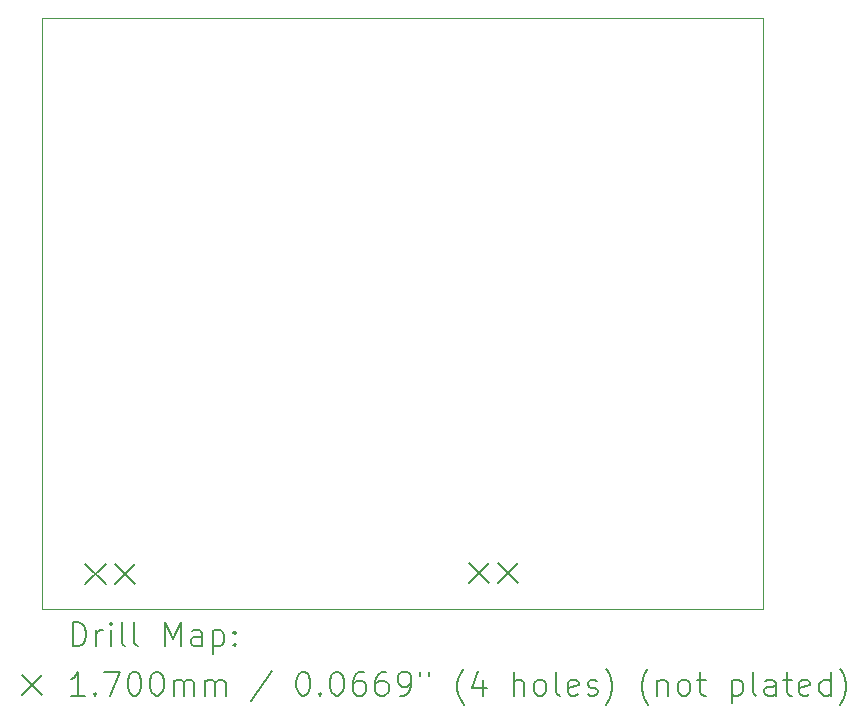
<source format=gbr>
%TF.GenerationSoftware,KiCad,Pcbnew,8.0.1*%
%TF.CreationDate,2024-03-26T18:20:10+01:00*%
%TF.ProjectId,TDA7294V,54444137-3239-4345-962e-6b696361645f,rev?*%
%TF.SameCoordinates,Original*%
%TF.FileFunction,Drillmap*%
%TF.FilePolarity,Positive*%
%FSLAX45Y45*%
G04 Gerber Fmt 4.5, Leading zero omitted, Abs format (unit mm)*
G04 Created by KiCad (PCBNEW 8.0.1) date 2024-03-26 18:20:10*
%MOMM*%
%LPD*%
G01*
G04 APERTURE LIST*
%ADD10C,0.100000*%
%ADD11C,0.200000*%
%ADD12C,0.170000*%
G04 APERTURE END LIST*
D10*
X17900000Y-8800000D02*
X17900000Y-3800000D01*
X11800000Y-3800000D02*
X11800000Y-8800000D01*
X17900000Y-3800000D02*
X11800000Y-3800000D01*
X11800000Y-8800000D02*
X17900000Y-8800000D01*
D11*
D12*
X12165000Y-8419000D02*
X12335000Y-8589000D01*
X12335000Y-8419000D02*
X12165000Y-8589000D01*
X12415000Y-8419000D02*
X12585000Y-8589000D01*
X12585000Y-8419000D02*
X12415000Y-8589000D01*
X15411000Y-8415000D02*
X15581000Y-8585000D01*
X15581000Y-8415000D02*
X15411000Y-8585000D01*
X15661000Y-8415000D02*
X15831000Y-8585000D01*
X15831000Y-8415000D02*
X15661000Y-8585000D01*
D11*
X12055777Y-9116484D02*
X12055777Y-8916484D01*
X12055777Y-8916484D02*
X12103396Y-8916484D01*
X12103396Y-8916484D02*
X12131967Y-8926008D01*
X12131967Y-8926008D02*
X12151015Y-8945055D01*
X12151015Y-8945055D02*
X12160539Y-8964103D01*
X12160539Y-8964103D02*
X12170062Y-9002198D01*
X12170062Y-9002198D02*
X12170062Y-9030770D01*
X12170062Y-9030770D02*
X12160539Y-9068865D01*
X12160539Y-9068865D02*
X12151015Y-9087912D01*
X12151015Y-9087912D02*
X12131967Y-9106960D01*
X12131967Y-9106960D02*
X12103396Y-9116484D01*
X12103396Y-9116484D02*
X12055777Y-9116484D01*
X12255777Y-9116484D02*
X12255777Y-8983150D01*
X12255777Y-9021246D02*
X12265301Y-9002198D01*
X12265301Y-9002198D02*
X12274824Y-8992674D01*
X12274824Y-8992674D02*
X12293872Y-8983150D01*
X12293872Y-8983150D02*
X12312920Y-8983150D01*
X12379586Y-9116484D02*
X12379586Y-8983150D01*
X12379586Y-8916484D02*
X12370062Y-8926008D01*
X12370062Y-8926008D02*
X12379586Y-8935531D01*
X12379586Y-8935531D02*
X12389110Y-8926008D01*
X12389110Y-8926008D02*
X12379586Y-8916484D01*
X12379586Y-8916484D02*
X12379586Y-8935531D01*
X12503396Y-9116484D02*
X12484348Y-9106960D01*
X12484348Y-9106960D02*
X12474824Y-9087912D01*
X12474824Y-9087912D02*
X12474824Y-8916484D01*
X12608158Y-9116484D02*
X12589110Y-9106960D01*
X12589110Y-9106960D02*
X12579586Y-9087912D01*
X12579586Y-9087912D02*
X12579586Y-8916484D01*
X12836729Y-9116484D02*
X12836729Y-8916484D01*
X12836729Y-8916484D02*
X12903396Y-9059341D01*
X12903396Y-9059341D02*
X12970062Y-8916484D01*
X12970062Y-8916484D02*
X12970062Y-9116484D01*
X13151015Y-9116484D02*
X13151015Y-9011722D01*
X13151015Y-9011722D02*
X13141491Y-8992674D01*
X13141491Y-8992674D02*
X13122443Y-8983150D01*
X13122443Y-8983150D02*
X13084348Y-8983150D01*
X13084348Y-8983150D02*
X13065301Y-8992674D01*
X13151015Y-9106960D02*
X13131967Y-9116484D01*
X13131967Y-9116484D02*
X13084348Y-9116484D01*
X13084348Y-9116484D02*
X13065301Y-9106960D01*
X13065301Y-9106960D02*
X13055777Y-9087912D01*
X13055777Y-9087912D02*
X13055777Y-9068865D01*
X13055777Y-9068865D02*
X13065301Y-9049817D01*
X13065301Y-9049817D02*
X13084348Y-9040293D01*
X13084348Y-9040293D02*
X13131967Y-9040293D01*
X13131967Y-9040293D02*
X13151015Y-9030770D01*
X13246253Y-8983150D02*
X13246253Y-9183150D01*
X13246253Y-8992674D02*
X13265301Y-8983150D01*
X13265301Y-8983150D02*
X13303396Y-8983150D01*
X13303396Y-8983150D02*
X13322443Y-8992674D01*
X13322443Y-8992674D02*
X13331967Y-9002198D01*
X13331967Y-9002198D02*
X13341491Y-9021246D01*
X13341491Y-9021246D02*
X13341491Y-9078389D01*
X13341491Y-9078389D02*
X13331967Y-9097436D01*
X13331967Y-9097436D02*
X13322443Y-9106960D01*
X13322443Y-9106960D02*
X13303396Y-9116484D01*
X13303396Y-9116484D02*
X13265301Y-9116484D01*
X13265301Y-9116484D02*
X13246253Y-9106960D01*
X13427205Y-9097436D02*
X13436729Y-9106960D01*
X13436729Y-9106960D02*
X13427205Y-9116484D01*
X13427205Y-9116484D02*
X13417682Y-9106960D01*
X13417682Y-9106960D02*
X13427205Y-9097436D01*
X13427205Y-9097436D02*
X13427205Y-9116484D01*
X13427205Y-8992674D02*
X13436729Y-9002198D01*
X13436729Y-9002198D02*
X13427205Y-9011722D01*
X13427205Y-9011722D02*
X13417682Y-9002198D01*
X13417682Y-9002198D02*
X13427205Y-8992674D01*
X13427205Y-8992674D02*
X13427205Y-9011722D01*
D12*
X11625000Y-9360000D02*
X11795000Y-9530000D01*
X11795000Y-9360000D02*
X11625000Y-9530000D01*
D11*
X12160539Y-9536484D02*
X12046253Y-9536484D01*
X12103396Y-9536484D02*
X12103396Y-9336484D01*
X12103396Y-9336484D02*
X12084348Y-9365055D01*
X12084348Y-9365055D02*
X12065301Y-9384103D01*
X12065301Y-9384103D02*
X12046253Y-9393627D01*
X12246253Y-9517436D02*
X12255777Y-9526960D01*
X12255777Y-9526960D02*
X12246253Y-9536484D01*
X12246253Y-9536484D02*
X12236729Y-9526960D01*
X12236729Y-9526960D02*
X12246253Y-9517436D01*
X12246253Y-9517436D02*
X12246253Y-9536484D01*
X12322443Y-9336484D02*
X12455777Y-9336484D01*
X12455777Y-9336484D02*
X12370062Y-9536484D01*
X12570062Y-9336484D02*
X12589110Y-9336484D01*
X12589110Y-9336484D02*
X12608158Y-9346008D01*
X12608158Y-9346008D02*
X12617682Y-9355531D01*
X12617682Y-9355531D02*
X12627205Y-9374579D01*
X12627205Y-9374579D02*
X12636729Y-9412674D01*
X12636729Y-9412674D02*
X12636729Y-9460293D01*
X12636729Y-9460293D02*
X12627205Y-9498389D01*
X12627205Y-9498389D02*
X12617682Y-9517436D01*
X12617682Y-9517436D02*
X12608158Y-9526960D01*
X12608158Y-9526960D02*
X12589110Y-9536484D01*
X12589110Y-9536484D02*
X12570062Y-9536484D01*
X12570062Y-9536484D02*
X12551015Y-9526960D01*
X12551015Y-9526960D02*
X12541491Y-9517436D01*
X12541491Y-9517436D02*
X12531967Y-9498389D01*
X12531967Y-9498389D02*
X12522443Y-9460293D01*
X12522443Y-9460293D02*
X12522443Y-9412674D01*
X12522443Y-9412674D02*
X12531967Y-9374579D01*
X12531967Y-9374579D02*
X12541491Y-9355531D01*
X12541491Y-9355531D02*
X12551015Y-9346008D01*
X12551015Y-9346008D02*
X12570062Y-9336484D01*
X12760539Y-9336484D02*
X12779586Y-9336484D01*
X12779586Y-9336484D02*
X12798634Y-9346008D01*
X12798634Y-9346008D02*
X12808158Y-9355531D01*
X12808158Y-9355531D02*
X12817682Y-9374579D01*
X12817682Y-9374579D02*
X12827205Y-9412674D01*
X12827205Y-9412674D02*
X12827205Y-9460293D01*
X12827205Y-9460293D02*
X12817682Y-9498389D01*
X12817682Y-9498389D02*
X12808158Y-9517436D01*
X12808158Y-9517436D02*
X12798634Y-9526960D01*
X12798634Y-9526960D02*
X12779586Y-9536484D01*
X12779586Y-9536484D02*
X12760539Y-9536484D01*
X12760539Y-9536484D02*
X12741491Y-9526960D01*
X12741491Y-9526960D02*
X12731967Y-9517436D01*
X12731967Y-9517436D02*
X12722443Y-9498389D01*
X12722443Y-9498389D02*
X12712920Y-9460293D01*
X12712920Y-9460293D02*
X12712920Y-9412674D01*
X12712920Y-9412674D02*
X12722443Y-9374579D01*
X12722443Y-9374579D02*
X12731967Y-9355531D01*
X12731967Y-9355531D02*
X12741491Y-9346008D01*
X12741491Y-9346008D02*
X12760539Y-9336484D01*
X12912920Y-9536484D02*
X12912920Y-9403150D01*
X12912920Y-9422198D02*
X12922443Y-9412674D01*
X12922443Y-9412674D02*
X12941491Y-9403150D01*
X12941491Y-9403150D02*
X12970063Y-9403150D01*
X12970063Y-9403150D02*
X12989110Y-9412674D01*
X12989110Y-9412674D02*
X12998634Y-9431722D01*
X12998634Y-9431722D02*
X12998634Y-9536484D01*
X12998634Y-9431722D02*
X13008158Y-9412674D01*
X13008158Y-9412674D02*
X13027205Y-9403150D01*
X13027205Y-9403150D02*
X13055777Y-9403150D01*
X13055777Y-9403150D02*
X13074824Y-9412674D01*
X13074824Y-9412674D02*
X13084348Y-9431722D01*
X13084348Y-9431722D02*
X13084348Y-9536484D01*
X13179586Y-9536484D02*
X13179586Y-9403150D01*
X13179586Y-9422198D02*
X13189110Y-9412674D01*
X13189110Y-9412674D02*
X13208158Y-9403150D01*
X13208158Y-9403150D02*
X13236729Y-9403150D01*
X13236729Y-9403150D02*
X13255777Y-9412674D01*
X13255777Y-9412674D02*
X13265301Y-9431722D01*
X13265301Y-9431722D02*
X13265301Y-9536484D01*
X13265301Y-9431722D02*
X13274824Y-9412674D01*
X13274824Y-9412674D02*
X13293872Y-9403150D01*
X13293872Y-9403150D02*
X13322443Y-9403150D01*
X13322443Y-9403150D02*
X13341491Y-9412674D01*
X13341491Y-9412674D02*
X13351015Y-9431722D01*
X13351015Y-9431722D02*
X13351015Y-9536484D01*
X13741491Y-9326960D02*
X13570063Y-9584103D01*
X13998634Y-9336484D02*
X14017682Y-9336484D01*
X14017682Y-9336484D02*
X14036729Y-9346008D01*
X14036729Y-9346008D02*
X14046253Y-9355531D01*
X14046253Y-9355531D02*
X14055777Y-9374579D01*
X14055777Y-9374579D02*
X14065301Y-9412674D01*
X14065301Y-9412674D02*
X14065301Y-9460293D01*
X14065301Y-9460293D02*
X14055777Y-9498389D01*
X14055777Y-9498389D02*
X14046253Y-9517436D01*
X14046253Y-9517436D02*
X14036729Y-9526960D01*
X14036729Y-9526960D02*
X14017682Y-9536484D01*
X14017682Y-9536484D02*
X13998634Y-9536484D01*
X13998634Y-9536484D02*
X13979586Y-9526960D01*
X13979586Y-9526960D02*
X13970063Y-9517436D01*
X13970063Y-9517436D02*
X13960539Y-9498389D01*
X13960539Y-9498389D02*
X13951015Y-9460293D01*
X13951015Y-9460293D02*
X13951015Y-9412674D01*
X13951015Y-9412674D02*
X13960539Y-9374579D01*
X13960539Y-9374579D02*
X13970063Y-9355531D01*
X13970063Y-9355531D02*
X13979586Y-9346008D01*
X13979586Y-9346008D02*
X13998634Y-9336484D01*
X14151015Y-9517436D02*
X14160539Y-9526960D01*
X14160539Y-9526960D02*
X14151015Y-9536484D01*
X14151015Y-9536484D02*
X14141491Y-9526960D01*
X14141491Y-9526960D02*
X14151015Y-9517436D01*
X14151015Y-9517436D02*
X14151015Y-9536484D01*
X14284348Y-9336484D02*
X14303396Y-9336484D01*
X14303396Y-9336484D02*
X14322444Y-9346008D01*
X14322444Y-9346008D02*
X14331967Y-9355531D01*
X14331967Y-9355531D02*
X14341491Y-9374579D01*
X14341491Y-9374579D02*
X14351015Y-9412674D01*
X14351015Y-9412674D02*
X14351015Y-9460293D01*
X14351015Y-9460293D02*
X14341491Y-9498389D01*
X14341491Y-9498389D02*
X14331967Y-9517436D01*
X14331967Y-9517436D02*
X14322444Y-9526960D01*
X14322444Y-9526960D02*
X14303396Y-9536484D01*
X14303396Y-9536484D02*
X14284348Y-9536484D01*
X14284348Y-9536484D02*
X14265301Y-9526960D01*
X14265301Y-9526960D02*
X14255777Y-9517436D01*
X14255777Y-9517436D02*
X14246253Y-9498389D01*
X14246253Y-9498389D02*
X14236729Y-9460293D01*
X14236729Y-9460293D02*
X14236729Y-9412674D01*
X14236729Y-9412674D02*
X14246253Y-9374579D01*
X14246253Y-9374579D02*
X14255777Y-9355531D01*
X14255777Y-9355531D02*
X14265301Y-9346008D01*
X14265301Y-9346008D02*
X14284348Y-9336484D01*
X14522444Y-9336484D02*
X14484348Y-9336484D01*
X14484348Y-9336484D02*
X14465301Y-9346008D01*
X14465301Y-9346008D02*
X14455777Y-9355531D01*
X14455777Y-9355531D02*
X14436729Y-9384103D01*
X14436729Y-9384103D02*
X14427206Y-9422198D01*
X14427206Y-9422198D02*
X14427206Y-9498389D01*
X14427206Y-9498389D02*
X14436729Y-9517436D01*
X14436729Y-9517436D02*
X14446253Y-9526960D01*
X14446253Y-9526960D02*
X14465301Y-9536484D01*
X14465301Y-9536484D02*
X14503396Y-9536484D01*
X14503396Y-9536484D02*
X14522444Y-9526960D01*
X14522444Y-9526960D02*
X14531967Y-9517436D01*
X14531967Y-9517436D02*
X14541491Y-9498389D01*
X14541491Y-9498389D02*
X14541491Y-9450770D01*
X14541491Y-9450770D02*
X14531967Y-9431722D01*
X14531967Y-9431722D02*
X14522444Y-9422198D01*
X14522444Y-9422198D02*
X14503396Y-9412674D01*
X14503396Y-9412674D02*
X14465301Y-9412674D01*
X14465301Y-9412674D02*
X14446253Y-9422198D01*
X14446253Y-9422198D02*
X14436729Y-9431722D01*
X14436729Y-9431722D02*
X14427206Y-9450770D01*
X14712920Y-9336484D02*
X14674825Y-9336484D01*
X14674825Y-9336484D02*
X14655777Y-9346008D01*
X14655777Y-9346008D02*
X14646253Y-9355531D01*
X14646253Y-9355531D02*
X14627206Y-9384103D01*
X14627206Y-9384103D02*
X14617682Y-9422198D01*
X14617682Y-9422198D02*
X14617682Y-9498389D01*
X14617682Y-9498389D02*
X14627206Y-9517436D01*
X14627206Y-9517436D02*
X14636729Y-9526960D01*
X14636729Y-9526960D02*
X14655777Y-9536484D01*
X14655777Y-9536484D02*
X14693872Y-9536484D01*
X14693872Y-9536484D02*
X14712920Y-9526960D01*
X14712920Y-9526960D02*
X14722444Y-9517436D01*
X14722444Y-9517436D02*
X14731967Y-9498389D01*
X14731967Y-9498389D02*
X14731967Y-9450770D01*
X14731967Y-9450770D02*
X14722444Y-9431722D01*
X14722444Y-9431722D02*
X14712920Y-9422198D01*
X14712920Y-9422198D02*
X14693872Y-9412674D01*
X14693872Y-9412674D02*
X14655777Y-9412674D01*
X14655777Y-9412674D02*
X14636729Y-9422198D01*
X14636729Y-9422198D02*
X14627206Y-9431722D01*
X14627206Y-9431722D02*
X14617682Y-9450770D01*
X14827206Y-9536484D02*
X14865301Y-9536484D01*
X14865301Y-9536484D02*
X14884348Y-9526960D01*
X14884348Y-9526960D02*
X14893872Y-9517436D01*
X14893872Y-9517436D02*
X14912920Y-9488865D01*
X14912920Y-9488865D02*
X14922444Y-9450770D01*
X14922444Y-9450770D02*
X14922444Y-9374579D01*
X14922444Y-9374579D02*
X14912920Y-9355531D01*
X14912920Y-9355531D02*
X14903396Y-9346008D01*
X14903396Y-9346008D02*
X14884348Y-9336484D01*
X14884348Y-9336484D02*
X14846253Y-9336484D01*
X14846253Y-9336484D02*
X14827206Y-9346008D01*
X14827206Y-9346008D02*
X14817682Y-9355531D01*
X14817682Y-9355531D02*
X14808158Y-9374579D01*
X14808158Y-9374579D02*
X14808158Y-9422198D01*
X14808158Y-9422198D02*
X14817682Y-9441246D01*
X14817682Y-9441246D02*
X14827206Y-9450770D01*
X14827206Y-9450770D02*
X14846253Y-9460293D01*
X14846253Y-9460293D02*
X14884348Y-9460293D01*
X14884348Y-9460293D02*
X14903396Y-9450770D01*
X14903396Y-9450770D02*
X14912920Y-9441246D01*
X14912920Y-9441246D02*
X14922444Y-9422198D01*
X14998634Y-9336484D02*
X14998634Y-9374579D01*
X15074825Y-9336484D02*
X15074825Y-9374579D01*
X15370063Y-9612674D02*
X15360539Y-9603150D01*
X15360539Y-9603150D02*
X15341491Y-9574579D01*
X15341491Y-9574579D02*
X15331968Y-9555531D01*
X15331968Y-9555531D02*
X15322444Y-9526960D01*
X15322444Y-9526960D02*
X15312920Y-9479341D01*
X15312920Y-9479341D02*
X15312920Y-9441246D01*
X15312920Y-9441246D02*
X15322444Y-9393627D01*
X15322444Y-9393627D02*
X15331968Y-9365055D01*
X15331968Y-9365055D02*
X15341491Y-9346008D01*
X15341491Y-9346008D02*
X15360539Y-9317436D01*
X15360539Y-9317436D02*
X15370063Y-9307912D01*
X15531968Y-9403150D02*
X15531968Y-9536484D01*
X15484348Y-9326960D02*
X15436729Y-9469817D01*
X15436729Y-9469817D02*
X15560539Y-9469817D01*
X15789110Y-9536484D02*
X15789110Y-9336484D01*
X15874825Y-9536484D02*
X15874825Y-9431722D01*
X15874825Y-9431722D02*
X15865301Y-9412674D01*
X15865301Y-9412674D02*
X15846253Y-9403150D01*
X15846253Y-9403150D02*
X15817682Y-9403150D01*
X15817682Y-9403150D02*
X15798634Y-9412674D01*
X15798634Y-9412674D02*
X15789110Y-9422198D01*
X15998634Y-9536484D02*
X15979587Y-9526960D01*
X15979587Y-9526960D02*
X15970063Y-9517436D01*
X15970063Y-9517436D02*
X15960539Y-9498389D01*
X15960539Y-9498389D02*
X15960539Y-9441246D01*
X15960539Y-9441246D02*
X15970063Y-9422198D01*
X15970063Y-9422198D02*
X15979587Y-9412674D01*
X15979587Y-9412674D02*
X15998634Y-9403150D01*
X15998634Y-9403150D02*
X16027206Y-9403150D01*
X16027206Y-9403150D02*
X16046253Y-9412674D01*
X16046253Y-9412674D02*
X16055777Y-9422198D01*
X16055777Y-9422198D02*
X16065301Y-9441246D01*
X16065301Y-9441246D02*
X16065301Y-9498389D01*
X16065301Y-9498389D02*
X16055777Y-9517436D01*
X16055777Y-9517436D02*
X16046253Y-9526960D01*
X16046253Y-9526960D02*
X16027206Y-9536484D01*
X16027206Y-9536484D02*
X15998634Y-9536484D01*
X16179587Y-9536484D02*
X16160539Y-9526960D01*
X16160539Y-9526960D02*
X16151015Y-9507912D01*
X16151015Y-9507912D02*
X16151015Y-9336484D01*
X16331968Y-9526960D02*
X16312920Y-9536484D01*
X16312920Y-9536484D02*
X16274825Y-9536484D01*
X16274825Y-9536484D02*
X16255777Y-9526960D01*
X16255777Y-9526960D02*
X16246253Y-9507912D01*
X16246253Y-9507912D02*
X16246253Y-9431722D01*
X16246253Y-9431722D02*
X16255777Y-9412674D01*
X16255777Y-9412674D02*
X16274825Y-9403150D01*
X16274825Y-9403150D02*
X16312920Y-9403150D01*
X16312920Y-9403150D02*
X16331968Y-9412674D01*
X16331968Y-9412674D02*
X16341491Y-9431722D01*
X16341491Y-9431722D02*
X16341491Y-9450770D01*
X16341491Y-9450770D02*
X16246253Y-9469817D01*
X16417682Y-9526960D02*
X16436730Y-9536484D01*
X16436730Y-9536484D02*
X16474825Y-9536484D01*
X16474825Y-9536484D02*
X16493872Y-9526960D01*
X16493872Y-9526960D02*
X16503396Y-9507912D01*
X16503396Y-9507912D02*
X16503396Y-9498389D01*
X16503396Y-9498389D02*
X16493872Y-9479341D01*
X16493872Y-9479341D02*
X16474825Y-9469817D01*
X16474825Y-9469817D02*
X16446253Y-9469817D01*
X16446253Y-9469817D02*
X16427206Y-9460293D01*
X16427206Y-9460293D02*
X16417682Y-9441246D01*
X16417682Y-9441246D02*
X16417682Y-9431722D01*
X16417682Y-9431722D02*
X16427206Y-9412674D01*
X16427206Y-9412674D02*
X16446253Y-9403150D01*
X16446253Y-9403150D02*
X16474825Y-9403150D01*
X16474825Y-9403150D02*
X16493872Y-9412674D01*
X16570063Y-9612674D02*
X16579587Y-9603150D01*
X16579587Y-9603150D02*
X16598634Y-9574579D01*
X16598634Y-9574579D02*
X16608158Y-9555531D01*
X16608158Y-9555531D02*
X16617682Y-9526960D01*
X16617682Y-9526960D02*
X16627206Y-9479341D01*
X16627206Y-9479341D02*
X16627206Y-9441246D01*
X16627206Y-9441246D02*
X16617682Y-9393627D01*
X16617682Y-9393627D02*
X16608158Y-9365055D01*
X16608158Y-9365055D02*
X16598634Y-9346008D01*
X16598634Y-9346008D02*
X16579587Y-9317436D01*
X16579587Y-9317436D02*
X16570063Y-9307912D01*
X16931968Y-9612674D02*
X16922444Y-9603150D01*
X16922444Y-9603150D02*
X16903396Y-9574579D01*
X16903396Y-9574579D02*
X16893873Y-9555531D01*
X16893873Y-9555531D02*
X16884349Y-9526960D01*
X16884349Y-9526960D02*
X16874825Y-9479341D01*
X16874825Y-9479341D02*
X16874825Y-9441246D01*
X16874825Y-9441246D02*
X16884349Y-9393627D01*
X16884349Y-9393627D02*
X16893873Y-9365055D01*
X16893873Y-9365055D02*
X16903396Y-9346008D01*
X16903396Y-9346008D02*
X16922444Y-9317436D01*
X16922444Y-9317436D02*
X16931968Y-9307912D01*
X17008158Y-9403150D02*
X17008158Y-9536484D01*
X17008158Y-9422198D02*
X17017682Y-9412674D01*
X17017682Y-9412674D02*
X17036730Y-9403150D01*
X17036730Y-9403150D02*
X17065301Y-9403150D01*
X17065301Y-9403150D02*
X17084349Y-9412674D01*
X17084349Y-9412674D02*
X17093873Y-9431722D01*
X17093873Y-9431722D02*
X17093873Y-9536484D01*
X17217682Y-9536484D02*
X17198634Y-9526960D01*
X17198634Y-9526960D02*
X17189111Y-9517436D01*
X17189111Y-9517436D02*
X17179587Y-9498389D01*
X17179587Y-9498389D02*
X17179587Y-9441246D01*
X17179587Y-9441246D02*
X17189111Y-9422198D01*
X17189111Y-9422198D02*
X17198634Y-9412674D01*
X17198634Y-9412674D02*
X17217682Y-9403150D01*
X17217682Y-9403150D02*
X17246254Y-9403150D01*
X17246254Y-9403150D02*
X17265301Y-9412674D01*
X17265301Y-9412674D02*
X17274825Y-9422198D01*
X17274825Y-9422198D02*
X17284349Y-9441246D01*
X17284349Y-9441246D02*
X17284349Y-9498389D01*
X17284349Y-9498389D02*
X17274825Y-9517436D01*
X17274825Y-9517436D02*
X17265301Y-9526960D01*
X17265301Y-9526960D02*
X17246254Y-9536484D01*
X17246254Y-9536484D02*
X17217682Y-9536484D01*
X17341492Y-9403150D02*
X17417682Y-9403150D01*
X17370063Y-9336484D02*
X17370063Y-9507912D01*
X17370063Y-9507912D02*
X17379587Y-9526960D01*
X17379587Y-9526960D02*
X17398634Y-9536484D01*
X17398634Y-9536484D02*
X17417682Y-9536484D01*
X17636730Y-9403150D02*
X17636730Y-9603150D01*
X17636730Y-9412674D02*
X17655777Y-9403150D01*
X17655777Y-9403150D02*
X17693873Y-9403150D01*
X17693873Y-9403150D02*
X17712920Y-9412674D01*
X17712920Y-9412674D02*
X17722444Y-9422198D01*
X17722444Y-9422198D02*
X17731968Y-9441246D01*
X17731968Y-9441246D02*
X17731968Y-9498389D01*
X17731968Y-9498389D02*
X17722444Y-9517436D01*
X17722444Y-9517436D02*
X17712920Y-9526960D01*
X17712920Y-9526960D02*
X17693873Y-9536484D01*
X17693873Y-9536484D02*
X17655777Y-9536484D01*
X17655777Y-9536484D02*
X17636730Y-9526960D01*
X17846254Y-9536484D02*
X17827206Y-9526960D01*
X17827206Y-9526960D02*
X17817682Y-9507912D01*
X17817682Y-9507912D02*
X17817682Y-9336484D01*
X18008158Y-9536484D02*
X18008158Y-9431722D01*
X18008158Y-9431722D02*
X17998635Y-9412674D01*
X17998635Y-9412674D02*
X17979587Y-9403150D01*
X17979587Y-9403150D02*
X17941492Y-9403150D01*
X17941492Y-9403150D02*
X17922444Y-9412674D01*
X18008158Y-9526960D02*
X17989111Y-9536484D01*
X17989111Y-9536484D02*
X17941492Y-9536484D01*
X17941492Y-9536484D02*
X17922444Y-9526960D01*
X17922444Y-9526960D02*
X17912920Y-9507912D01*
X17912920Y-9507912D02*
X17912920Y-9488865D01*
X17912920Y-9488865D02*
X17922444Y-9469817D01*
X17922444Y-9469817D02*
X17941492Y-9460293D01*
X17941492Y-9460293D02*
X17989111Y-9460293D01*
X17989111Y-9460293D02*
X18008158Y-9450770D01*
X18074825Y-9403150D02*
X18151015Y-9403150D01*
X18103396Y-9336484D02*
X18103396Y-9507912D01*
X18103396Y-9507912D02*
X18112920Y-9526960D01*
X18112920Y-9526960D02*
X18131968Y-9536484D01*
X18131968Y-9536484D02*
X18151015Y-9536484D01*
X18293873Y-9526960D02*
X18274825Y-9536484D01*
X18274825Y-9536484D02*
X18236730Y-9536484D01*
X18236730Y-9536484D02*
X18217682Y-9526960D01*
X18217682Y-9526960D02*
X18208158Y-9507912D01*
X18208158Y-9507912D02*
X18208158Y-9431722D01*
X18208158Y-9431722D02*
X18217682Y-9412674D01*
X18217682Y-9412674D02*
X18236730Y-9403150D01*
X18236730Y-9403150D02*
X18274825Y-9403150D01*
X18274825Y-9403150D02*
X18293873Y-9412674D01*
X18293873Y-9412674D02*
X18303396Y-9431722D01*
X18303396Y-9431722D02*
X18303396Y-9450770D01*
X18303396Y-9450770D02*
X18208158Y-9469817D01*
X18474825Y-9536484D02*
X18474825Y-9336484D01*
X18474825Y-9526960D02*
X18455777Y-9536484D01*
X18455777Y-9536484D02*
X18417682Y-9536484D01*
X18417682Y-9536484D02*
X18398635Y-9526960D01*
X18398635Y-9526960D02*
X18389111Y-9517436D01*
X18389111Y-9517436D02*
X18379587Y-9498389D01*
X18379587Y-9498389D02*
X18379587Y-9441246D01*
X18379587Y-9441246D02*
X18389111Y-9422198D01*
X18389111Y-9422198D02*
X18398635Y-9412674D01*
X18398635Y-9412674D02*
X18417682Y-9403150D01*
X18417682Y-9403150D02*
X18455777Y-9403150D01*
X18455777Y-9403150D02*
X18474825Y-9412674D01*
X18551016Y-9612674D02*
X18560539Y-9603150D01*
X18560539Y-9603150D02*
X18579587Y-9574579D01*
X18579587Y-9574579D02*
X18589111Y-9555531D01*
X18589111Y-9555531D02*
X18598635Y-9526960D01*
X18598635Y-9526960D02*
X18608158Y-9479341D01*
X18608158Y-9479341D02*
X18608158Y-9441246D01*
X18608158Y-9441246D02*
X18598635Y-9393627D01*
X18598635Y-9393627D02*
X18589111Y-9365055D01*
X18589111Y-9365055D02*
X18579587Y-9346008D01*
X18579587Y-9346008D02*
X18560539Y-9317436D01*
X18560539Y-9317436D02*
X18551016Y-9307912D01*
M02*

</source>
